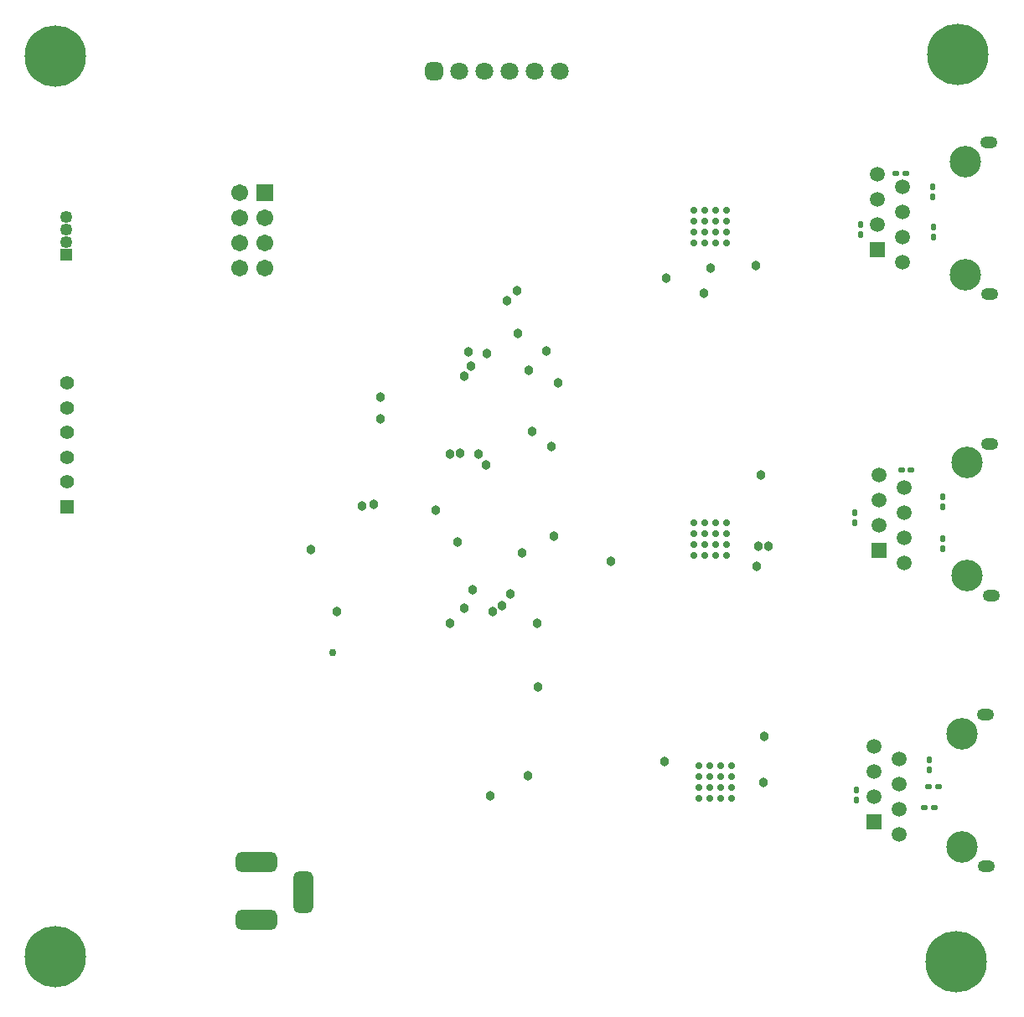
<source format=gbs>
G04*
G04 #@! TF.GenerationSoftware,Altium Limited,Altium Designer,22.5.1 (42)*
G04*
G04 Layer_Color=16711935*
%FSLAX44Y44*%
%MOMM*%
G71*
G04*
G04 #@! TF.SameCoordinates,2ABD4F99-51B0-466E-819A-8B20F5DB8373*
G04*
G04*
G04 #@! TF.FilePolarity,Negative*
G04*
G01*
G75*
%ADD85O,1.7272X1.2032*%
%ADD86C,3.1800*%
%ADD87C,1.5000*%
%ADD88R,1.5000X1.5000*%
%ADD89C,1.7032*%
%ADD90R,1.7032X1.7032*%
%ADD91C,1.8032*%
G04:AMPARAMS|DCode=92|XSize=1.8032mm|YSize=1.8032mm|CornerRadius=0.5016mm|HoleSize=0mm|Usage=FLASHONLY|Rotation=0.000|XOffset=0mm|YOffset=0mm|HoleType=Round|Shape=RoundedRectangle|*
%AMROUNDEDRECTD92*
21,1,1.8032,0.8000,0,0,0.0*
21,1,0.8000,1.8032,0,0,0.0*
1,1,1.0032,0.4000,-0.4000*
1,1,1.0032,-0.4000,-0.4000*
1,1,1.0032,-0.4000,0.4000*
1,1,1.0032,0.4000,0.4000*
%
%ADD92ROUNDEDRECTD92*%
%ADD93R,1.4000X1.4000*%
%ADD94C,1.4000*%
%ADD95C,1.2532*%
%ADD96R,1.2532X1.2532*%
G04:AMPARAMS|DCode=97|XSize=4.2032mm|YSize=2.0032mm|CornerRadius=0.5516mm|HoleSize=0mm|Usage=FLASHONLY|Rotation=270.000|XOffset=0mm|YOffset=0mm|HoleType=Round|Shape=RoundedRectangle|*
%AMROUNDEDRECTD97*
21,1,4.2032,0.9000,0,0,270.0*
21,1,3.1000,2.0032,0,0,270.0*
1,1,1.1032,-0.4500,-1.5500*
1,1,1.1032,-0.4500,1.5500*
1,1,1.1032,0.4500,1.5500*
1,1,1.1032,0.4500,-1.5500*
%
%ADD97ROUNDEDRECTD97*%
G04:AMPARAMS|DCode=98|XSize=4.2032mm|YSize=2.0032mm|CornerRadius=0.5516mm|HoleSize=0mm|Usage=FLASHONLY|Rotation=180.000|XOffset=0mm|YOffset=0mm|HoleType=Round|Shape=RoundedRectangle|*
%AMROUNDEDRECTD98*
21,1,4.2032,0.9000,0,0,180.0*
21,1,3.1000,2.0032,0,0,180.0*
1,1,1.1032,-1.5500,0.4500*
1,1,1.1032,1.5500,0.4500*
1,1,1.1032,1.5500,-0.4500*
1,1,1.1032,-1.5500,-0.4500*
%
%ADD98ROUNDEDRECTD98*%
%ADD99C,0.7500*%
%ADD100C,6.2032*%
%ADD101C,0.9652*%
%ADD102C,0.7032*%
G04:AMPARAMS|DCode=117|XSize=0.6932mm|YSize=0.5032mm|CornerRadius=0.1391mm|HoleSize=0mm|Usage=FLASHONLY|Rotation=0.000|XOffset=0mm|YOffset=0mm|HoleType=Round|Shape=RoundedRectangle|*
%AMROUNDEDRECTD117*
21,1,0.6932,0.2250,0,0,0.0*
21,1,0.4150,0.5032,0,0,0.0*
1,1,0.2782,0.2075,-0.1125*
1,1,0.2782,-0.2075,-0.1125*
1,1,0.2782,-0.2075,0.1125*
1,1,0.2782,0.2075,0.1125*
%
%ADD117ROUNDEDRECTD117*%
G04:AMPARAMS|DCode=118|XSize=0.6932mm|YSize=0.5032mm|CornerRadius=0.1391mm|HoleSize=0mm|Usage=FLASHONLY|Rotation=270.000|XOffset=0mm|YOffset=0mm|HoleType=Round|Shape=RoundedRectangle|*
%AMROUNDEDRECTD118*
21,1,0.6932,0.2250,0,0,270.0*
21,1,0.4150,0.5032,0,0,270.0*
1,1,0.2782,-0.1125,-0.2075*
1,1,0.2782,-0.1125,0.2075*
1,1,0.2782,0.1125,0.2075*
1,1,0.2782,0.1125,-0.2075*
%
%ADD118ROUNDEDRECTD118*%
D85*
X987464Y715734D02*
D03*
X986464Y868734D02*
D03*
X987734Y564188D02*
D03*
X988734Y411188D02*
D03*
X983908Y137376D02*
D03*
X982908Y290376D02*
D03*
D86*
X962914Y735584D02*
D03*
Y849884D02*
D03*
X964184Y545338D02*
D03*
Y431038D02*
D03*
X959358Y157226D02*
D03*
Y271526D02*
D03*
D87*
X899414Y799084D02*
D03*
X874014Y786384D02*
D03*
X899414Y824484D02*
D03*
X874014Y811784D02*
D03*
Y837184D02*
D03*
X899414Y773684D02*
D03*
Y748284D02*
D03*
X900684Y443738D02*
D03*
Y469138D02*
D03*
X875284Y532638D02*
D03*
Y507238D02*
D03*
X900684Y519938D02*
D03*
X875284Y481838D02*
D03*
X900684Y494538D02*
D03*
X895858Y220726D02*
D03*
X870458Y208026D02*
D03*
X895858Y246126D02*
D03*
X870458Y233426D02*
D03*
Y258826D02*
D03*
X895858Y195326D02*
D03*
Y169926D02*
D03*
D88*
X874014Y760984D02*
D03*
X875284Y456438D02*
D03*
X870458Y182626D02*
D03*
D89*
X254974Y742188D02*
D03*
Y767588D02*
D03*
Y792988D02*
D03*
X229574Y818388D02*
D03*
Y792988D02*
D03*
Y767588D02*
D03*
Y742188D02*
D03*
D90*
X254974Y818388D02*
D03*
D91*
X502412Y941070D02*
D03*
X451612D02*
D03*
X477012D02*
D03*
X527812D02*
D03*
X553212D02*
D03*
D92*
X426212D02*
D03*
D93*
X54864Y500926D02*
D03*
D94*
Y525926D02*
D03*
Y550926D02*
D03*
Y575926D02*
D03*
Y600926D02*
D03*
Y625926D02*
D03*
D95*
X54610Y768350D02*
D03*
Y781050D02*
D03*
Y793750D02*
D03*
D96*
Y755650D02*
D03*
D97*
X294380Y111566D02*
D03*
D98*
X246380Y83566D02*
D03*
Y141566D02*
D03*
D99*
X323850Y353822D02*
D03*
D100*
X43180Y956310D02*
D03*
X955040Y957580D02*
D03*
X43180Y45720D02*
D03*
X953770Y40640D02*
D03*
D101*
X461010Y657098D02*
D03*
X499364Y709168D02*
D03*
X510032Y719328D02*
D03*
X756666Y532892D02*
D03*
X750824Y744982D02*
D03*
X705866Y741934D02*
D03*
X699008Y716280D02*
D03*
X758444Y221996D02*
D03*
X759968Y268986D02*
D03*
X531368Y319024D02*
D03*
X442468Y383286D02*
D03*
X530352Y382778D02*
D03*
X763524Y461264D02*
D03*
X371602Y611886D02*
D03*
Y589534D02*
D03*
X659194Y243332D02*
D03*
X520700Y228600D02*
D03*
X482600Y208280D02*
D03*
X503028Y412496D02*
D03*
X495046Y400812D02*
D03*
X485140Y394970D02*
D03*
X456637Y398319D02*
D03*
X465282Y416789D02*
D03*
X470916Y554228D02*
D03*
X478536Y543052D02*
D03*
X452065Y555256D02*
D03*
X442468Y554228D02*
D03*
X752094Y440944D02*
D03*
X456438Y632968D02*
D03*
X463042Y643382D02*
D03*
X479298Y655574D02*
D03*
X544576Y561340D02*
D03*
X521716Y638810D02*
D03*
X539750Y658622D02*
D03*
X551180Y626364D02*
D03*
X511048Y676402D02*
D03*
X302006Y457867D02*
D03*
X353288Y501762D02*
D03*
X327660Y394716D02*
D03*
X364980Y503396D02*
D03*
X427939Y497027D02*
D03*
X449580Y465328D02*
D03*
X514858Y454152D02*
D03*
X660400Y732282D02*
D03*
X753364Y460912D02*
D03*
X604640Y446006D02*
D03*
X546862Y470916D02*
D03*
X525526Y577342D02*
D03*
D102*
X727002Y238750D02*
D03*
Y227750D02*
D03*
Y216750D02*
D03*
Y205750D02*
D03*
X716002Y238750D02*
D03*
Y227750D02*
D03*
Y216750D02*
D03*
Y205750D02*
D03*
X705002Y238750D02*
D03*
Y227750D02*
D03*
Y216750D02*
D03*
Y205750D02*
D03*
X694002Y238750D02*
D03*
Y227750D02*
D03*
Y216750D02*
D03*
Y205750D02*
D03*
X688858Y800598D02*
D03*
X699858D02*
D03*
X710858D02*
D03*
X721858D02*
D03*
X688858Y789598D02*
D03*
X699858D02*
D03*
X710858D02*
D03*
X721858D02*
D03*
X688858Y778598D02*
D03*
X699858D02*
D03*
X710858D02*
D03*
X721858D02*
D03*
X688858Y767598D02*
D03*
X699858D02*
D03*
X710858D02*
D03*
X721858D02*
D03*
X688898Y451264D02*
D03*
Y462264D02*
D03*
Y473264D02*
D03*
Y484264D02*
D03*
X699898Y451264D02*
D03*
Y462264D02*
D03*
Y473264D02*
D03*
Y484264D02*
D03*
X710898Y451264D02*
D03*
Y462264D02*
D03*
Y473264D02*
D03*
Y484264D02*
D03*
X721898Y451264D02*
D03*
Y462264D02*
D03*
Y473264D02*
D03*
Y484264D02*
D03*
D117*
X935422Y217932D02*
D03*
X925322D02*
D03*
X931642Y196596D02*
D03*
X921542D02*
D03*
X902402Y837692D02*
D03*
X892302D02*
D03*
X908274Y537718D02*
D03*
X898174D02*
D03*
D118*
X926338Y235010D02*
D03*
Y245110D02*
D03*
X852678Y204470D02*
D03*
Y214570D02*
D03*
X929894Y814384D02*
D03*
Y824484D02*
D03*
X857250Y776254D02*
D03*
Y786354D02*
D03*
X930402Y783560D02*
D03*
Y773460D02*
D03*
X939800Y501142D02*
D03*
Y511242D02*
D03*
X851154Y495016D02*
D03*
Y484916D02*
D03*
X940054Y458784D02*
D03*
Y468884D02*
D03*
M02*

</source>
